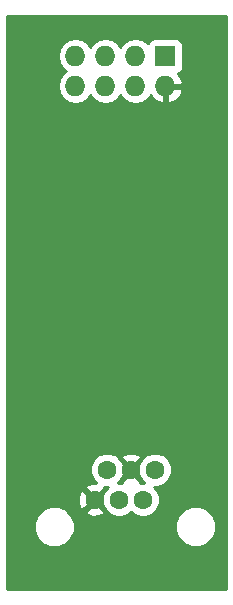
<source format=gbr>
G04 #@! TF.FileFunction,Copper,L2,Bot,Signal*
%FSLAX46Y46*%
G04 Gerber Fmt 4.6, Leading zero omitted, Abs format (unit mm)*
G04 Created by KiCad (PCBNEW 4.0.7) date 12/21/18 01:01:40*
%MOMM*%
%LPD*%
G01*
G04 APERTURE LIST*
%ADD10C,0.100000*%
%ADD11C,1.600000*%
%ADD12R,1.727200X1.727200*%
%ADD13O,1.727200X1.727200*%
%ADD14C,0.254000*%
G04 APERTURE END LIST*
D10*
D11*
X112887600Y-149312600D03*
X111867600Y-151852600D03*
X110847600Y-149312600D03*
X109827600Y-151852600D03*
X108807600Y-149312600D03*
X107787600Y-151852600D03*
D12*
X113766600Y-114300000D03*
D13*
X113766600Y-116840000D03*
X111226600Y-114300000D03*
X111226600Y-116840000D03*
X108686600Y-114300000D03*
X108686600Y-116840000D03*
X106146600Y-114300000D03*
X106146600Y-116840000D03*
D14*
G36*
X118884200Y-159425000D02*
X100354200Y-159425000D01*
X100354200Y-154496199D01*
X102602299Y-154496199D01*
X102865881Y-155134115D01*
X103353518Y-155622604D01*
X103990973Y-155887299D01*
X104681199Y-155887901D01*
X105319115Y-155624319D01*
X105807604Y-155136682D01*
X106072299Y-154499227D01*
X106072301Y-154496199D01*
X114602299Y-154496199D01*
X114865881Y-155134115D01*
X115353518Y-155622604D01*
X115990973Y-155887299D01*
X116681199Y-155887901D01*
X117319115Y-155624319D01*
X117807604Y-155136682D01*
X118072299Y-154499227D01*
X118072901Y-153809001D01*
X117809319Y-153171085D01*
X117321682Y-152682596D01*
X116684227Y-152417901D01*
X115994001Y-152417299D01*
X115356085Y-152680881D01*
X114867596Y-153168518D01*
X114602901Y-153805973D01*
X114602299Y-154496199D01*
X106072301Y-154496199D01*
X106072901Y-153809001D01*
X105809319Y-153171085D01*
X105499121Y-152860345D01*
X106959461Y-152860345D01*
X107033595Y-153106464D01*
X107570823Y-153299565D01*
X108141054Y-153272378D01*
X108541605Y-153106464D01*
X108615739Y-152860345D01*
X107787600Y-152032205D01*
X106959461Y-152860345D01*
X105499121Y-152860345D01*
X105321682Y-152682596D01*
X104684227Y-152417901D01*
X103994001Y-152417299D01*
X103356085Y-152680881D01*
X102867596Y-153168518D01*
X102602901Y-153805973D01*
X102602299Y-154496199D01*
X100354200Y-154496199D01*
X100354200Y-151635823D01*
X106340635Y-151635823D01*
X106367822Y-152206054D01*
X106533736Y-152606605D01*
X106779855Y-152680739D01*
X107607995Y-151852600D01*
X106779855Y-151024461D01*
X106533736Y-151098595D01*
X106340635Y-151635823D01*
X100354200Y-151635823D01*
X100354200Y-150844855D01*
X106959461Y-150844855D01*
X107787600Y-151672995D01*
X108615739Y-150844855D01*
X108586387Y-150747407D01*
X108903277Y-150747684D01*
X108611776Y-151038677D01*
X108491520Y-151328286D01*
X107967205Y-151852600D01*
X108491606Y-152377000D01*
X108610357Y-152664400D01*
X109013677Y-153068424D01*
X109540909Y-153287350D01*
X110111787Y-153287848D01*
X110639400Y-153069843D01*
X110847609Y-152861997D01*
X111053677Y-153068424D01*
X111580909Y-153287350D01*
X112151787Y-153287848D01*
X112679400Y-153069843D01*
X113083424Y-152666523D01*
X113302350Y-152139291D01*
X113302848Y-151568413D01*
X113084843Y-151040800D01*
X112792071Y-150747517D01*
X113171787Y-150747848D01*
X113699400Y-150529843D01*
X114103424Y-150126523D01*
X114322350Y-149599291D01*
X114322848Y-149028413D01*
X114104843Y-148500800D01*
X113701523Y-148096776D01*
X113174291Y-147877850D01*
X112603413Y-147877352D01*
X112075800Y-148095357D01*
X111671776Y-148498677D01*
X111551520Y-148788286D01*
X111027205Y-149312600D01*
X111551606Y-149837000D01*
X111670357Y-150124400D01*
X111963129Y-150417683D01*
X111646503Y-150417407D01*
X111675739Y-150320345D01*
X110847600Y-149492205D01*
X110019461Y-150320345D01*
X110048813Y-150417793D01*
X109731923Y-150417516D01*
X110023424Y-150126523D01*
X110143680Y-149836914D01*
X110667995Y-149312600D01*
X110143594Y-148788200D01*
X110024843Y-148500800D01*
X109829240Y-148304855D01*
X110019461Y-148304855D01*
X110847600Y-149132995D01*
X111675739Y-148304855D01*
X111601605Y-148058736D01*
X111064377Y-147865635D01*
X110494146Y-147892822D01*
X110093595Y-148058736D01*
X110019461Y-148304855D01*
X109829240Y-148304855D01*
X109621523Y-148096776D01*
X109094291Y-147877850D01*
X108523413Y-147877352D01*
X107995800Y-148095357D01*
X107591776Y-148498677D01*
X107372850Y-149025909D01*
X107372352Y-149596787D01*
X107590357Y-150124400D01*
X107877157Y-150411700D01*
X107434146Y-150432822D01*
X107033595Y-150598736D01*
X106959461Y-150844855D01*
X100354200Y-150844855D01*
X100354200Y-114270641D01*
X104648000Y-114270641D01*
X104648000Y-114329359D01*
X104762074Y-114902848D01*
X105086930Y-115389029D01*
X105357772Y-115570000D01*
X105086930Y-115750971D01*
X104762074Y-116237152D01*
X104648000Y-116810641D01*
X104648000Y-116869359D01*
X104762074Y-117442848D01*
X105086930Y-117929029D01*
X105573111Y-118253885D01*
X106146600Y-118367959D01*
X106720089Y-118253885D01*
X107206270Y-117929029D01*
X107416600Y-117614248D01*
X107626930Y-117929029D01*
X108113111Y-118253885D01*
X108686600Y-118367959D01*
X109260089Y-118253885D01*
X109746270Y-117929029D01*
X109956600Y-117614248D01*
X110166930Y-117929029D01*
X110653111Y-118253885D01*
X111226600Y-118367959D01*
X111800089Y-118253885D01*
X112286270Y-117929029D01*
X112502264Y-117605772D01*
X112559779Y-117728490D01*
X112991653Y-118122688D01*
X113407574Y-118294958D01*
X113639600Y-118173817D01*
X113639600Y-116967000D01*
X113893600Y-116967000D01*
X113893600Y-118173817D01*
X114125626Y-118294958D01*
X114541547Y-118122688D01*
X114973421Y-117728490D01*
X115221568Y-117199027D01*
X115101069Y-116967000D01*
X113893600Y-116967000D01*
X113639600Y-116967000D01*
X113619600Y-116967000D01*
X113619600Y-116713000D01*
X113639600Y-116713000D01*
X113639600Y-116693000D01*
X113893600Y-116693000D01*
X113893600Y-116713000D01*
X115101069Y-116713000D01*
X115221568Y-116480973D01*
X114973421Y-115951510D01*
X114787167Y-115781505D01*
X114865517Y-115766762D01*
X115081641Y-115627690D01*
X115226631Y-115415490D01*
X115277640Y-115163600D01*
X115277640Y-113436400D01*
X115233362Y-113201083D01*
X115094290Y-112984959D01*
X114882090Y-112839969D01*
X114630200Y-112788960D01*
X112903000Y-112788960D01*
X112667683Y-112833238D01*
X112451559Y-112972310D01*
X112306569Y-113184510D01*
X112297736Y-113228131D01*
X112286270Y-113210971D01*
X111800089Y-112886115D01*
X111226600Y-112772041D01*
X110653111Y-112886115D01*
X110166930Y-113210971D01*
X109956600Y-113525752D01*
X109746270Y-113210971D01*
X109260089Y-112886115D01*
X108686600Y-112772041D01*
X108113111Y-112886115D01*
X107626930Y-113210971D01*
X107416600Y-113525752D01*
X107206270Y-113210971D01*
X106720089Y-112886115D01*
X106146600Y-112772041D01*
X105573111Y-112886115D01*
X105086930Y-113210971D01*
X104762074Y-113697152D01*
X104648000Y-114270641D01*
X100354200Y-114270641D01*
X100354200Y-110895000D01*
X118884200Y-110895000D01*
X118884200Y-159425000D01*
X118884200Y-159425000D01*
G37*
X118884200Y-159425000D02*
X100354200Y-159425000D01*
X100354200Y-154496199D01*
X102602299Y-154496199D01*
X102865881Y-155134115D01*
X103353518Y-155622604D01*
X103990973Y-155887299D01*
X104681199Y-155887901D01*
X105319115Y-155624319D01*
X105807604Y-155136682D01*
X106072299Y-154499227D01*
X106072301Y-154496199D01*
X114602299Y-154496199D01*
X114865881Y-155134115D01*
X115353518Y-155622604D01*
X115990973Y-155887299D01*
X116681199Y-155887901D01*
X117319115Y-155624319D01*
X117807604Y-155136682D01*
X118072299Y-154499227D01*
X118072901Y-153809001D01*
X117809319Y-153171085D01*
X117321682Y-152682596D01*
X116684227Y-152417901D01*
X115994001Y-152417299D01*
X115356085Y-152680881D01*
X114867596Y-153168518D01*
X114602901Y-153805973D01*
X114602299Y-154496199D01*
X106072301Y-154496199D01*
X106072901Y-153809001D01*
X105809319Y-153171085D01*
X105499121Y-152860345D01*
X106959461Y-152860345D01*
X107033595Y-153106464D01*
X107570823Y-153299565D01*
X108141054Y-153272378D01*
X108541605Y-153106464D01*
X108615739Y-152860345D01*
X107787600Y-152032205D01*
X106959461Y-152860345D01*
X105499121Y-152860345D01*
X105321682Y-152682596D01*
X104684227Y-152417901D01*
X103994001Y-152417299D01*
X103356085Y-152680881D01*
X102867596Y-153168518D01*
X102602901Y-153805973D01*
X102602299Y-154496199D01*
X100354200Y-154496199D01*
X100354200Y-151635823D01*
X106340635Y-151635823D01*
X106367822Y-152206054D01*
X106533736Y-152606605D01*
X106779855Y-152680739D01*
X107607995Y-151852600D01*
X106779855Y-151024461D01*
X106533736Y-151098595D01*
X106340635Y-151635823D01*
X100354200Y-151635823D01*
X100354200Y-150844855D01*
X106959461Y-150844855D01*
X107787600Y-151672995D01*
X108615739Y-150844855D01*
X108586387Y-150747407D01*
X108903277Y-150747684D01*
X108611776Y-151038677D01*
X108491520Y-151328286D01*
X107967205Y-151852600D01*
X108491606Y-152377000D01*
X108610357Y-152664400D01*
X109013677Y-153068424D01*
X109540909Y-153287350D01*
X110111787Y-153287848D01*
X110639400Y-153069843D01*
X110847609Y-152861997D01*
X111053677Y-153068424D01*
X111580909Y-153287350D01*
X112151787Y-153287848D01*
X112679400Y-153069843D01*
X113083424Y-152666523D01*
X113302350Y-152139291D01*
X113302848Y-151568413D01*
X113084843Y-151040800D01*
X112792071Y-150747517D01*
X113171787Y-150747848D01*
X113699400Y-150529843D01*
X114103424Y-150126523D01*
X114322350Y-149599291D01*
X114322848Y-149028413D01*
X114104843Y-148500800D01*
X113701523Y-148096776D01*
X113174291Y-147877850D01*
X112603413Y-147877352D01*
X112075800Y-148095357D01*
X111671776Y-148498677D01*
X111551520Y-148788286D01*
X111027205Y-149312600D01*
X111551606Y-149837000D01*
X111670357Y-150124400D01*
X111963129Y-150417683D01*
X111646503Y-150417407D01*
X111675739Y-150320345D01*
X110847600Y-149492205D01*
X110019461Y-150320345D01*
X110048813Y-150417793D01*
X109731923Y-150417516D01*
X110023424Y-150126523D01*
X110143680Y-149836914D01*
X110667995Y-149312600D01*
X110143594Y-148788200D01*
X110024843Y-148500800D01*
X109829240Y-148304855D01*
X110019461Y-148304855D01*
X110847600Y-149132995D01*
X111675739Y-148304855D01*
X111601605Y-148058736D01*
X111064377Y-147865635D01*
X110494146Y-147892822D01*
X110093595Y-148058736D01*
X110019461Y-148304855D01*
X109829240Y-148304855D01*
X109621523Y-148096776D01*
X109094291Y-147877850D01*
X108523413Y-147877352D01*
X107995800Y-148095357D01*
X107591776Y-148498677D01*
X107372850Y-149025909D01*
X107372352Y-149596787D01*
X107590357Y-150124400D01*
X107877157Y-150411700D01*
X107434146Y-150432822D01*
X107033595Y-150598736D01*
X106959461Y-150844855D01*
X100354200Y-150844855D01*
X100354200Y-114270641D01*
X104648000Y-114270641D01*
X104648000Y-114329359D01*
X104762074Y-114902848D01*
X105086930Y-115389029D01*
X105357772Y-115570000D01*
X105086930Y-115750971D01*
X104762074Y-116237152D01*
X104648000Y-116810641D01*
X104648000Y-116869359D01*
X104762074Y-117442848D01*
X105086930Y-117929029D01*
X105573111Y-118253885D01*
X106146600Y-118367959D01*
X106720089Y-118253885D01*
X107206270Y-117929029D01*
X107416600Y-117614248D01*
X107626930Y-117929029D01*
X108113111Y-118253885D01*
X108686600Y-118367959D01*
X109260089Y-118253885D01*
X109746270Y-117929029D01*
X109956600Y-117614248D01*
X110166930Y-117929029D01*
X110653111Y-118253885D01*
X111226600Y-118367959D01*
X111800089Y-118253885D01*
X112286270Y-117929029D01*
X112502264Y-117605772D01*
X112559779Y-117728490D01*
X112991653Y-118122688D01*
X113407574Y-118294958D01*
X113639600Y-118173817D01*
X113639600Y-116967000D01*
X113893600Y-116967000D01*
X113893600Y-118173817D01*
X114125626Y-118294958D01*
X114541547Y-118122688D01*
X114973421Y-117728490D01*
X115221568Y-117199027D01*
X115101069Y-116967000D01*
X113893600Y-116967000D01*
X113639600Y-116967000D01*
X113619600Y-116967000D01*
X113619600Y-116713000D01*
X113639600Y-116713000D01*
X113639600Y-116693000D01*
X113893600Y-116693000D01*
X113893600Y-116713000D01*
X115101069Y-116713000D01*
X115221568Y-116480973D01*
X114973421Y-115951510D01*
X114787167Y-115781505D01*
X114865517Y-115766762D01*
X115081641Y-115627690D01*
X115226631Y-115415490D01*
X115277640Y-115163600D01*
X115277640Y-113436400D01*
X115233362Y-113201083D01*
X115094290Y-112984959D01*
X114882090Y-112839969D01*
X114630200Y-112788960D01*
X112903000Y-112788960D01*
X112667683Y-112833238D01*
X112451559Y-112972310D01*
X112306569Y-113184510D01*
X112297736Y-113228131D01*
X112286270Y-113210971D01*
X111800089Y-112886115D01*
X111226600Y-112772041D01*
X110653111Y-112886115D01*
X110166930Y-113210971D01*
X109956600Y-113525752D01*
X109746270Y-113210971D01*
X109260089Y-112886115D01*
X108686600Y-112772041D01*
X108113111Y-112886115D01*
X107626930Y-113210971D01*
X107416600Y-113525752D01*
X107206270Y-113210971D01*
X106720089Y-112886115D01*
X106146600Y-112772041D01*
X105573111Y-112886115D01*
X105086930Y-113210971D01*
X104762074Y-113697152D01*
X104648000Y-114270641D01*
X100354200Y-114270641D01*
X100354200Y-110895000D01*
X118884200Y-110895000D01*
X118884200Y-159425000D01*
M02*

</source>
